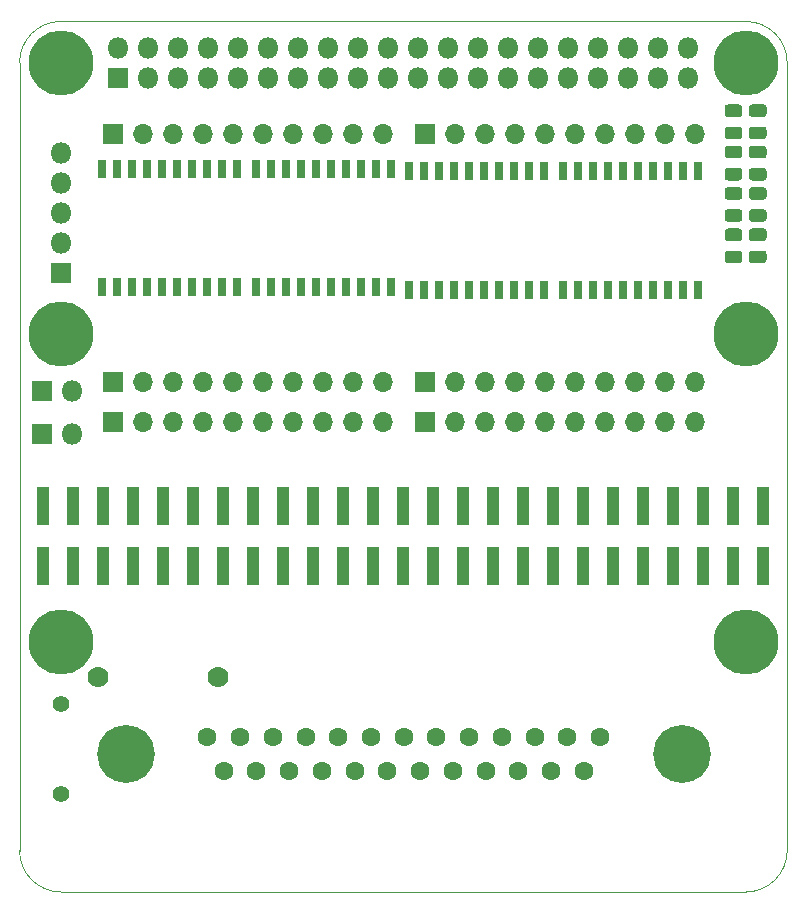
<source format=gbr>
%TF.GenerationSoftware,KiCad,Pcbnew,(5.1.6)-1*%
%TF.CreationDate,2020-06-27T22:48:14-05:00*%
%TF.ProjectId,rascsi_din,72617363-7369-45f6-9469-6e2e6b696361,rev?*%
%TF.SameCoordinates,Original*%
%TF.FileFunction,Soldermask,Top*%
%TF.FilePolarity,Negative*%
%FSLAX46Y46*%
G04 Gerber Fmt 4.6, Leading zero omitted, Abs format (unit mm)*
G04 Created by KiCad (PCBNEW (5.1.6)-1) date 2020-06-27 22:48:14*
%MOMM*%
%LPD*%
G01*
G04 APERTURE LIST*
%TA.AperFunction,Profile*%
%ADD10C,0.050000*%
%TD*%
%ADD11O,1.700000X1.700000*%
%ADD12R,1.700000X1.700000*%
%ADD13C,0.900000*%
%ADD14C,5.500000*%
%ADD15O,1.800000X1.800000*%
%ADD16R,1.800000X1.800000*%
%ADD17C,4.900000*%
%ADD18C,1.600000*%
%ADD19R,0.701600X1.601600*%
%ADD20R,1.100000X3.250000*%
%ADD21C,1.422400*%
%ADD22C,1.778000*%
G04 APERTURE END LIST*
D10*
X178000000Y-116200000D02*
X236000000Y-116200000D01*
X178000000Y-116200000D02*
G75*
G02*
X174500000Y-112700000I0J3500000D01*
G01*
X239500000Y-112700000D02*
G75*
G02*
X236000000Y-116200000I-3500000J0D01*
G01*
X174500000Y-46000000D02*
X174500000Y-112700000D01*
X239500000Y-46000000D02*
X239500000Y-112700000D01*
X178000000Y-42500000D02*
X236000000Y-42500000D01*
X174500000Y-46000000D02*
G75*
G02*
X178000000Y-42500000I3500000J0D01*
G01*
X236000000Y-42500000D02*
G75*
G02*
X239500000Y-46000000I0J-3500000D01*
G01*
D11*
%TO.C,RN5*%
X231660000Y-72990000D03*
X229120000Y-72990000D03*
X226580000Y-72990000D03*
X224040000Y-72990000D03*
X221500000Y-72990000D03*
X218960000Y-72990000D03*
X216420000Y-72990000D03*
X213880000Y-72990000D03*
X211340000Y-72990000D03*
D12*
X208800000Y-72990000D03*
%TD*%
D13*
%TO.C,H2*%
X237431891Y-44568109D03*
X236000000Y-43975000D03*
X234568109Y-44568109D03*
X233975000Y-46000000D03*
X234568109Y-47431891D03*
X236000000Y-48025000D03*
X237431891Y-47431891D03*
X238025000Y-46000000D03*
D14*
X236000000Y-46000000D03*
%TD*%
D13*
%TO.C,H1*%
X179431891Y-44568109D03*
X178000000Y-43975000D03*
X176568109Y-44568109D03*
X175975000Y-46000000D03*
X176568109Y-47431891D03*
X178000000Y-48025000D03*
X179431891Y-47431891D03*
X180025000Y-46000000D03*
D14*
X178000000Y-46000000D03*
%TD*%
D15*
%TO.C,J4*%
X178010000Y-53620000D03*
X178010000Y-56160000D03*
X178010000Y-58700000D03*
X178010000Y-61240000D03*
D16*
X178010000Y-63780000D03*
%TD*%
D15*
%TO.C,JP2*%
X178940000Y-73800000D03*
D16*
X176400000Y-73800000D03*
%TD*%
D15*
%TO.C,JP1*%
X178940000Y-77400000D03*
D16*
X176400000Y-77400000D03*
%TD*%
D13*
%TO.C,H6*%
X237431891Y-93568109D03*
X236000000Y-92975000D03*
X234568109Y-93568109D03*
X233975000Y-95000000D03*
X234568109Y-96431891D03*
X236000000Y-97025000D03*
X237431891Y-96431891D03*
X238025000Y-95000000D03*
D14*
X236000000Y-95000000D03*
%TD*%
D13*
%TO.C,H5*%
X179431891Y-93568109D03*
X178000000Y-92975000D03*
X176568109Y-93568109D03*
X175975000Y-95000000D03*
X176568109Y-96431891D03*
X178000000Y-97025000D03*
X179431891Y-96431891D03*
X180025000Y-95000000D03*
D14*
X178000000Y-95000000D03*
%TD*%
D13*
%TO.C,H4*%
X237431891Y-67568109D03*
X236000000Y-66975000D03*
X234568109Y-67568109D03*
X233975000Y-69000000D03*
X234568109Y-70431891D03*
X236000000Y-71025000D03*
X237431891Y-70431891D03*
X238025000Y-69000000D03*
D14*
X236000000Y-69000000D03*
%TD*%
D13*
%TO.C,H3*%
X179431891Y-67568109D03*
X178000000Y-66975000D03*
X176568109Y-67568109D03*
X175975000Y-69000000D03*
X176568109Y-70431891D03*
X178000000Y-71025000D03*
X179431891Y-70431891D03*
X180025000Y-69000000D03*
D14*
X178000000Y-69000000D03*
%TD*%
D17*
%TO.C,J2*%
X183480000Y-104510000D03*
X230580000Y-104510000D03*
D18*
X191795000Y-105930000D03*
X194565000Y-105930000D03*
X197335000Y-105930000D03*
X200105000Y-105930000D03*
X202875000Y-105930000D03*
X205645000Y-105930000D03*
X208415000Y-105930000D03*
X211185000Y-105930000D03*
X213955000Y-105930000D03*
X216725000Y-105930000D03*
X219495000Y-105930000D03*
X222265000Y-105930000D03*
X190410000Y-103090000D03*
X193180000Y-103090000D03*
X195950000Y-103090000D03*
X198720000Y-103090000D03*
X201490000Y-103090000D03*
X204260000Y-103090000D03*
X207030000Y-103090000D03*
X209800000Y-103090000D03*
X212570000Y-103090000D03*
X215340000Y-103090000D03*
X218110000Y-103090000D03*
X220880000Y-103090000D03*
X223650000Y-103090000D03*
%TD*%
%TO.C,R4*%
G36*
G01*
X234468750Y-58400000D02*
X235431250Y-58400000D01*
G75*
G02*
X235700000Y-58668750I0J-268750D01*
G01*
X235700000Y-59206250D01*
G75*
G02*
X235431250Y-59475000I-268750J0D01*
G01*
X234468750Y-59475000D01*
G75*
G02*
X234200000Y-59206250I0J268750D01*
G01*
X234200000Y-58668750D01*
G75*
G02*
X234468750Y-58400000I268750J0D01*
G01*
G37*
G36*
G01*
X234468750Y-56525000D02*
X235431250Y-56525000D01*
G75*
G02*
X235700000Y-56793750I0J-268750D01*
G01*
X235700000Y-57331250D01*
G75*
G02*
X235431250Y-57600000I-268750J0D01*
G01*
X234468750Y-57600000D01*
G75*
G02*
X234200000Y-57331250I0J268750D01*
G01*
X234200000Y-56793750D01*
G75*
G02*
X234468750Y-56525000I268750J0D01*
G01*
G37*
%TD*%
%TO.C,R3*%
G36*
G01*
X234468750Y-61900000D02*
X235431250Y-61900000D01*
G75*
G02*
X235700000Y-62168750I0J-268750D01*
G01*
X235700000Y-62706250D01*
G75*
G02*
X235431250Y-62975000I-268750J0D01*
G01*
X234468750Y-62975000D01*
G75*
G02*
X234200000Y-62706250I0J268750D01*
G01*
X234200000Y-62168750D01*
G75*
G02*
X234468750Y-61900000I268750J0D01*
G01*
G37*
G36*
G01*
X234468750Y-60025000D02*
X235431250Y-60025000D01*
G75*
G02*
X235700000Y-60293750I0J-268750D01*
G01*
X235700000Y-60831250D01*
G75*
G02*
X235431250Y-61100000I-268750J0D01*
G01*
X234468750Y-61100000D01*
G75*
G02*
X234200000Y-60831250I0J268750D01*
G01*
X234200000Y-60293750D01*
G75*
G02*
X234468750Y-60025000I268750J0D01*
G01*
G37*
%TD*%
%TO.C,R2*%
G36*
G01*
X234468750Y-51400000D02*
X235431250Y-51400000D01*
G75*
G02*
X235700000Y-51668750I0J-268750D01*
G01*
X235700000Y-52206250D01*
G75*
G02*
X235431250Y-52475000I-268750J0D01*
G01*
X234468750Y-52475000D01*
G75*
G02*
X234200000Y-52206250I0J268750D01*
G01*
X234200000Y-51668750D01*
G75*
G02*
X234468750Y-51400000I268750J0D01*
G01*
G37*
G36*
G01*
X234468750Y-49525000D02*
X235431250Y-49525000D01*
G75*
G02*
X235700000Y-49793750I0J-268750D01*
G01*
X235700000Y-50331250D01*
G75*
G02*
X235431250Y-50600000I-268750J0D01*
G01*
X234468750Y-50600000D01*
G75*
G02*
X234200000Y-50331250I0J268750D01*
G01*
X234200000Y-49793750D01*
G75*
G02*
X234468750Y-49525000I268750J0D01*
G01*
G37*
%TD*%
%TO.C,R1*%
G36*
G01*
X234468750Y-54900000D02*
X235431250Y-54900000D01*
G75*
G02*
X235700000Y-55168750I0J-268750D01*
G01*
X235700000Y-55706250D01*
G75*
G02*
X235431250Y-55975000I-268750J0D01*
G01*
X234468750Y-55975000D01*
G75*
G02*
X234200000Y-55706250I0J268750D01*
G01*
X234200000Y-55168750D01*
G75*
G02*
X234468750Y-54900000I268750J0D01*
G01*
G37*
G36*
G01*
X234468750Y-53025000D02*
X235431250Y-53025000D01*
G75*
G02*
X235700000Y-53293750I0J-268750D01*
G01*
X235700000Y-53831250D01*
G75*
G02*
X235431250Y-54100000I-268750J0D01*
G01*
X234468750Y-54100000D01*
G75*
G02*
X234200000Y-53831250I0J268750D01*
G01*
X234200000Y-53293750D01*
G75*
G02*
X234468750Y-53025000I268750J0D01*
G01*
G37*
%TD*%
%TO.C,D5*%
G36*
G01*
X237481250Y-57600000D02*
X236518750Y-57600000D01*
G75*
G02*
X236250000Y-57331250I0J268750D01*
G01*
X236250000Y-56793750D01*
G75*
G02*
X236518750Y-56525000I268750J0D01*
G01*
X237481250Y-56525000D01*
G75*
G02*
X237750000Y-56793750I0J-268750D01*
G01*
X237750000Y-57331250D01*
G75*
G02*
X237481250Y-57600000I-268750J0D01*
G01*
G37*
G36*
G01*
X237481250Y-59475000D02*
X236518750Y-59475000D01*
G75*
G02*
X236250000Y-59206250I0J268750D01*
G01*
X236250000Y-58668750D01*
G75*
G02*
X236518750Y-58400000I268750J0D01*
G01*
X237481250Y-58400000D01*
G75*
G02*
X237750000Y-58668750I0J-268750D01*
G01*
X237750000Y-59206250D01*
G75*
G02*
X237481250Y-59475000I-268750J0D01*
G01*
G37*
%TD*%
%TO.C,D4*%
G36*
G01*
X237481250Y-61100000D02*
X236518750Y-61100000D01*
G75*
G02*
X236250000Y-60831250I0J268750D01*
G01*
X236250000Y-60293750D01*
G75*
G02*
X236518750Y-60025000I268750J0D01*
G01*
X237481250Y-60025000D01*
G75*
G02*
X237750000Y-60293750I0J-268750D01*
G01*
X237750000Y-60831250D01*
G75*
G02*
X237481250Y-61100000I-268750J0D01*
G01*
G37*
G36*
G01*
X237481250Y-62975000D02*
X236518750Y-62975000D01*
G75*
G02*
X236250000Y-62706250I0J268750D01*
G01*
X236250000Y-62168750D01*
G75*
G02*
X236518750Y-61900000I268750J0D01*
G01*
X237481250Y-61900000D01*
G75*
G02*
X237750000Y-62168750I0J-268750D01*
G01*
X237750000Y-62706250D01*
G75*
G02*
X237481250Y-62975000I-268750J0D01*
G01*
G37*
%TD*%
%TO.C,D3*%
G36*
G01*
X237481250Y-50600000D02*
X236518750Y-50600000D01*
G75*
G02*
X236250000Y-50331250I0J268750D01*
G01*
X236250000Y-49793750D01*
G75*
G02*
X236518750Y-49525000I268750J0D01*
G01*
X237481250Y-49525000D01*
G75*
G02*
X237750000Y-49793750I0J-268750D01*
G01*
X237750000Y-50331250D01*
G75*
G02*
X237481250Y-50600000I-268750J0D01*
G01*
G37*
G36*
G01*
X237481250Y-52475000D02*
X236518750Y-52475000D01*
G75*
G02*
X236250000Y-52206250I0J268750D01*
G01*
X236250000Y-51668750D01*
G75*
G02*
X236518750Y-51400000I268750J0D01*
G01*
X237481250Y-51400000D01*
G75*
G02*
X237750000Y-51668750I0J-268750D01*
G01*
X237750000Y-52206250D01*
G75*
G02*
X237481250Y-52475000I-268750J0D01*
G01*
G37*
%TD*%
%TO.C,D2*%
G36*
G01*
X237481250Y-54100000D02*
X236518750Y-54100000D01*
G75*
G02*
X236250000Y-53831250I0J268750D01*
G01*
X236250000Y-53293750D01*
G75*
G02*
X236518750Y-53025000I268750J0D01*
G01*
X237481250Y-53025000D01*
G75*
G02*
X237750000Y-53293750I0J-268750D01*
G01*
X237750000Y-53831250D01*
G75*
G02*
X237481250Y-54100000I-268750J0D01*
G01*
G37*
G36*
G01*
X237481250Y-55975000D02*
X236518750Y-55975000D01*
G75*
G02*
X236250000Y-55706250I0J268750D01*
G01*
X236250000Y-55168750D01*
G75*
G02*
X236518750Y-54900000I268750J0D01*
G01*
X237481250Y-54900000D01*
G75*
G02*
X237750000Y-55168750I0J-268750D01*
G01*
X237750000Y-55706250D01*
G75*
G02*
X237481250Y-55975000I-268750J0D01*
G01*
G37*
%TD*%
D19*
%TO.C,U4*%
X231915000Y-65200000D03*
X230645000Y-65200000D03*
X229375000Y-65200000D03*
X228105000Y-65200000D03*
X226835000Y-65200000D03*
X225565000Y-65200000D03*
X224295000Y-65200000D03*
X223025000Y-65200000D03*
X221755000Y-65200000D03*
X220485000Y-65200000D03*
X220485000Y-55200000D03*
X221755000Y-55200000D03*
X223025000Y-55200000D03*
X224295000Y-55200000D03*
X225565000Y-55200000D03*
X226835000Y-55200000D03*
X228105000Y-55200000D03*
X229375000Y-55200000D03*
X230645000Y-55200000D03*
X231915000Y-55200000D03*
%TD*%
%TO.C,U3*%
X218915000Y-65200000D03*
X217645000Y-65200000D03*
X216375000Y-65200000D03*
X215105000Y-65200000D03*
X213835000Y-65200000D03*
X212565000Y-65200000D03*
X211295000Y-65200000D03*
X210025000Y-65200000D03*
X208755000Y-65200000D03*
X207485000Y-65200000D03*
X207485000Y-55200000D03*
X208755000Y-55200000D03*
X210025000Y-55200000D03*
X211295000Y-55200000D03*
X212565000Y-55200000D03*
X213835000Y-55200000D03*
X215105000Y-55200000D03*
X216375000Y-55200000D03*
X217645000Y-55200000D03*
X218915000Y-55200000D03*
%TD*%
%TO.C,U2*%
X194485000Y-55000000D03*
X195755000Y-55000000D03*
X197025000Y-55000000D03*
X198295000Y-55000000D03*
X199565000Y-55000000D03*
X200835000Y-55000000D03*
X202105000Y-55000000D03*
X203375000Y-55000000D03*
X204645000Y-55000000D03*
X205915000Y-55000000D03*
X205915000Y-65000000D03*
X204645000Y-65000000D03*
X203375000Y-65000000D03*
X202105000Y-65000000D03*
X200835000Y-65000000D03*
X199565000Y-65000000D03*
X198295000Y-65000000D03*
X197025000Y-65000000D03*
X195755000Y-65000000D03*
X194485000Y-65000000D03*
%TD*%
%TO.C,U1*%
X181485000Y-55000000D03*
X182755000Y-55000000D03*
X184025000Y-55000000D03*
X185295000Y-55000000D03*
X186565000Y-55000000D03*
X187835000Y-55000000D03*
X189105000Y-55000000D03*
X190375000Y-55000000D03*
X191645000Y-55000000D03*
X192915000Y-55000000D03*
X192915000Y-65000000D03*
X191645000Y-65000000D03*
X190375000Y-65000000D03*
X189105000Y-65000000D03*
X187835000Y-65000000D03*
X186565000Y-65000000D03*
X185295000Y-65000000D03*
X184025000Y-65000000D03*
X182755000Y-65000000D03*
X181485000Y-65000000D03*
%TD*%
D11*
%TO.C,RN6*%
X231660000Y-76400000D03*
X229120000Y-76400000D03*
X226580000Y-76400000D03*
X224040000Y-76400000D03*
X221500000Y-76400000D03*
X218960000Y-76400000D03*
X216420000Y-76400000D03*
X213880000Y-76400000D03*
X211340000Y-76400000D03*
D12*
X208800000Y-76400000D03*
%TD*%
D11*
%TO.C,RN4*%
X205260000Y-76400000D03*
X202720000Y-76400000D03*
X200180000Y-76400000D03*
X197640000Y-76400000D03*
X195100000Y-76400000D03*
X192560000Y-76400000D03*
X190020000Y-76400000D03*
X187480000Y-76400000D03*
X184940000Y-76400000D03*
D12*
X182400000Y-76400000D03*
%TD*%
D11*
%TO.C,RN3*%
X205260000Y-73000000D03*
X202720000Y-73000000D03*
X200180000Y-73000000D03*
X197640000Y-73000000D03*
X195100000Y-73000000D03*
X192560000Y-73000000D03*
X190020000Y-73000000D03*
X187480000Y-73000000D03*
X184940000Y-73000000D03*
D12*
X182400000Y-73000000D03*
%TD*%
D11*
%TO.C,RN2*%
X231660000Y-52000000D03*
X229120000Y-52000000D03*
X226580000Y-52000000D03*
X224040000Y-52000000D03*
X221500000Y-52000000D03*
X218960000Y-52000000D03*
X216420000Y-52000000D03*
X213880000Y-52000000D03*
X211340000Y-52000000D03*
D12*
X208800000Y-52000000D03*
%TD*%
D11*
%TO.C,RN1*%
X205260000Y-52000000D03*
X202720000Y-52000000D03*
X200180000Y-52000000D03*
X197640000Y-52000000D03*
X195100000Y-52000000D03*
X192560000Y-52000000D03*
X190020000Y-52000000D03*
X187480000Y-52000000D03*
X184940000Y-52000000D03*
D12*
X182400000Y-52000000D03*
%TD*%
D20*
%TO.C,J3*%
X237470000Y-83530000D03*
X237470000Y-88580000D03*
X234930000Y-83530000D03*
X234930000Y-88580000D03*
X232390000Y-83530000D03*
X232390000Y-88580000D03*
X229850000Y-83530000D03*
X229850000Y-88580000D03*
X227310000Y-83530000D03*
X227310000Y-88580000D03*
X224770000Y-83530000D03*
X224770000Y-88580000D03*
X222230000Y-83530000D03*
X222230000Y-88580000D03*
X219690000Y-83530000D03*
X219690000Y-88580000D03*
X217150000Y-83530000D03*
X217150000Y-88580000D03*
X214610000Y-83530000D03*
X214610000Y-88580000D03*
X212070000Y-83530000D03*
X212070000Y-88580000D03*
X209530000Y-83530000D03*
X209530000Y-88580000D03*
X206990000Y-83530000D03*
X206990000Y-88580000D03*
X204450000Y-83530000D03*
X204450000Y-88580000D03*
X201910000Y-83530000D03*
X201910000Y-88580000D03*
X199370000Y-83530000D03*
X199370000Y-88580000D03*
X196830000Y-83530000D03*
X196830000Y-88580000D03*
X194290000Y-83530000D03*
X194290000Y-88580000D03*
X191750000Y-83530000D03*
X191750000Y-88580000D03*
X189210000Y-83530000D03*
X189210000Y-88580000D03*
X186670000Y-83530000D03*
X186670000Y-88580000D03*
X184130000Y-83530000D03*
X184130000Y-88580000D03*
X181590000Y-83530000D03*
X181590000Y-88580000D03*
X179050000Y-83530000D03*
X179050000Y-88580000D03*
X176510000Y-83530000D03*
X176510000Y-88580000D03*
%TD*%
D15*
%TO.C,J1*%
X231140000Y-44730000D03*
X231140000Y-47270000D03*
X228600000Y-44730000D03*
X228600000Y-47270000D03*
X226060000Y-44730000D03*
X226060000Y-47270000D03*
X223520000Y-44730000D03*
X223520000Y-47270000D03*
X220980000Y-44730000D03*
X220980000Y-47270000D03*
X218440000Y-44730000D03*
X218440000Y-47270000D03*
X215900000Y-44730000D03*
X215900000Y-47270000D03*
X213360000Y-44730000D03*
X213360000Y-47270000D03*
X210820000Y-44730000D03*
X210820000Y-47270000D03*
X208280000Y-44730000D03*
X208280000Y-47270000D03*
X205740000Y-44730000D03*
X205740000Y-47270000D03*
X203200000Y-44730000D03*
X203200000Y-47270000D03*
X200660000Y-44730000D03*
X200660000Y-47270000D03*
X198120000Y-44730000D03*
X198120000Y-47270000D03*
X195580000Y-44730000D03*
X195580000Y-47270000D03*
X193040000Y-44730000D03*
X193040000Y-47270000D03*
X190500000Y-44730000D03*
X190500000Y-47270000D03*
X187960000Y-44730000D03*
X187960000Y-47270000D03*
X185420000Y-44730000D03*
X185420000Y-47270000D03*
X182880000Y-44730000D03*
D16*
X182880000Y-47270000D03*
%TD*%
D21*
%TO.C,FUSE1A1*%
X177980000Y-100290000D03*
X177980000Y-107910000D03*
%TD*%
D22*
%TO.C,D1*%
X181120000Y-98000000D03*
X191280000Y-98000000D03*
%TD*%
M02*

</source>
